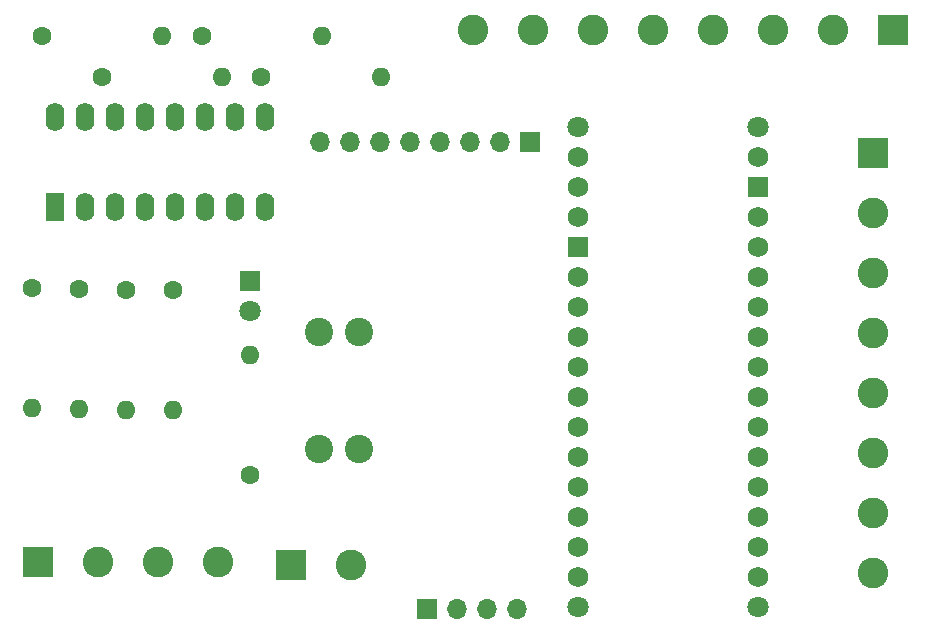
<source format=gbr>
%TF.GenerationSoftware,KiCad,Pcbnew,8.0.7*%
%TF.CreationDate,2025-01-10T10:31:37-06:00*%
%TF.ProjectId,CANBOARD_REV3,43414e42-4f41-4524-945f-524556332e6b,rev?*%
%TF.SameCoordinates,Original*%
%TF.FileFunction,Soldermask,Top*%
%TF.FilePolarity,Negative*%
%FSLAX46Y46*%
G04 Gerber Fmt 4.6, Leading zero omitted, Abs format (unit mm)*
G04 Created by KiCad (PCBNEW 8.0.7) date 2025-01-10 10:31:37*
%MOMM*%
%LPD*%
G01*
G04 APERTURE LIST*
%ADD10C,1.600000*%
%ADD11O,1.600000X1.600000*%
%ADD12R,2.600000X2.600000*%
%ADD13C,2.600000*%
%ADD14R,1.600000X2.400000*%
%ADD15O,1.600000X2.400000*%
%ADD16C,1.800000*%
%ADD17C,1.727200*%
%ADD18R,1.727200X1.727200*%
%ADD19C,2.400000*%
%ADD20R,1.700000X1.700000*%
%ADD21O,1.700000X1.700000*%
%ADD22R,1.800000X1.800000*%
G04 APERTURE END LIST*
D10*
%TO.C,R4*%
X36955000Y-50095000D03*
D11*
X36955000Y-60255000D03*
%TD*%
D10*
%TO.C,R5*%
X32955000Y-50095000D03*
D11*
X32955000Y-60255000D03*
%TD*%
D10*
%TO.C,R9*%
X25875000Y-28595000D03*
D11*
X36035000Y-28595000D03*
%TD*%
D12*
%TO.C,J7*%
X46910000Y-73400000D03*
D13*
X51990000Y-73400000D03*
%TD*%
D14*
%TO.C,J4*%
X26915000Y-43095000D03*
D15*
X29455000Y-43095000D03*
X31995000Y-43095000D03*
X34535000Y-43095000D03*
X37075000Y-43095000D03*
X39615000Y-43095000D03*
X42155000Y-43095000D03*
X44695000Y-43095000D03*
X44695000Y-35475000D03*
X42155000Y-35475000D03*
X39615000Y-35475000D03*
X37075000Y-35475000D03*
X34535000Y-35475000D03*
X31995000Y-35475000D03*
X29455000Y-35475000D03*
X26915000Y-35475000D03*
%TD*%
D12*
%TO.C,J8*%
X25455000Y-73095000D03*
D13*
X30535000Y-73095000D03*
X35615000Y-73095000D03*
X40695000Y-73095000D03*
%TD*%
D10*
%TO.C,R2*%
X24955000Y-49935000D03*
D11*
X24955000Y-60095000D03*
%TD*%
D10*
%TO.C,R7*%
X39375000Y-28595000D03*
D11*
X49535000Y-28595000D03*
%TD*%
D10*
%TO.C,R3*%
X28955000Y-50015000D03*
D11*
X28955000Y-60175000D03*
%TD*%
D16*
%TO.C,A1*%
X71215000Y-36315000D03*
X71215000Y-76955000D03*
X86455000Y-36315000D03*
X86455000Y-76955000D03*
D17*
X86455000Y-71875000D03*
X86455000Y-46475000D03*
X86455000Y-66795000D03*
X86455000Y-64255000D03*
X86455000Y-61715000D03*
X86455000Y-59175000D03*
X86455000Y-56635000D03*
X86455000Y-54095000D03*
X86455000Y-51555000D03*
X86455000Y-49015000D03*
X86455000Y-69335000D03*
X86455000Y-43935000D03*
X71215000Y-41395000D03*
X71215000Y-38855000D03*
X71215000Y-49015000D03*
X71215000Y-51555000D03*
X71215000Y-54095000D03*
X71215000Y-56635000D03*
X71215000Y-59175000D03*
X71215000Y-61715000D03*
X71215000Y-64255000D03*
X71215000Y-66795000D03*
X71215000Y-69335000D03*
X71215000Y-71875000D03*
X71215000Y-74415000D03*
X86455000Y-74415000D03*
D18*
X71215000Y-46475000D03*
X86455000Y-41395000D03*
D17*
X71215000Y-43935000D03*
X86455000Y-38855000D03*
%TD*%
D10*
%TO.C,R1*%
X43455000Y-65755000D03*
D11*
X43455000Y-55595000D03*
%TD*%
D19*
%TO.C,F2*%
X49255000Y-63555000D03*
X49255000Y-53635000D03*
X52655000Y-63555000D03*
X52655000Y-53635000D03*
%TD*%
D20*
%TO.C,J1*%
X58455000Y-77095000D03*
D21*
X60995000Y-77095000D03*
X63535000Y-77095000D03*
X66075000Y-77095000D03*
%TD*%
D12*
%TO.C,J3*%
X97855000Y-28095000D03*
D13*
X92775000Y-28095000D03*
X87695000Y-28095000D03*
X82615000Y-28095000D03*
X77535000Y-28095000D03*
X72455000Y-28095000D03*
X67375000Y-28095000D03*
X62295000Y-28095000D03*
%TD*%
D10*
%TO.C,R8*%
X30875000Y-32095000D03*
D11*
X41035000Y-32095000D03*
%TD*%
D10*
%TO.C,R6*%
X44375000Y-32095000D03*
D11*
X54535000Y-32095000D03*
%TD*%
D20*
%TO.C,J6*%
X67195000Y-37595000D03*
D21*
X64655000Y-37595000D03*
X62115000Y-37595000D03*
X59575000Y-37595000D03*
X57035000Y-37595000D03*
X54495000Y-37595000D03*
X51955000Y-37595000D03*
X49415000Y-37595000D03*
%TD*%
D22*
%TO.C,D1*%
X43455000Y-49320000D03*
D16*
X43455000Y-51860000D03*
%TD*%
D12*
%TO.C,J2*%
X96230000Y-38525000D03*
D13*
X96230000Y-43605000D03*
X96230000Y-48685000D03*
X96230000Y-53765000D03*
X96230000Y-58845000D03*
X96230000Y-63925000D03*
X96230000Y-69005000D03*
X96230000Y-74085000D03*
%TD*%
M02*

</source>
